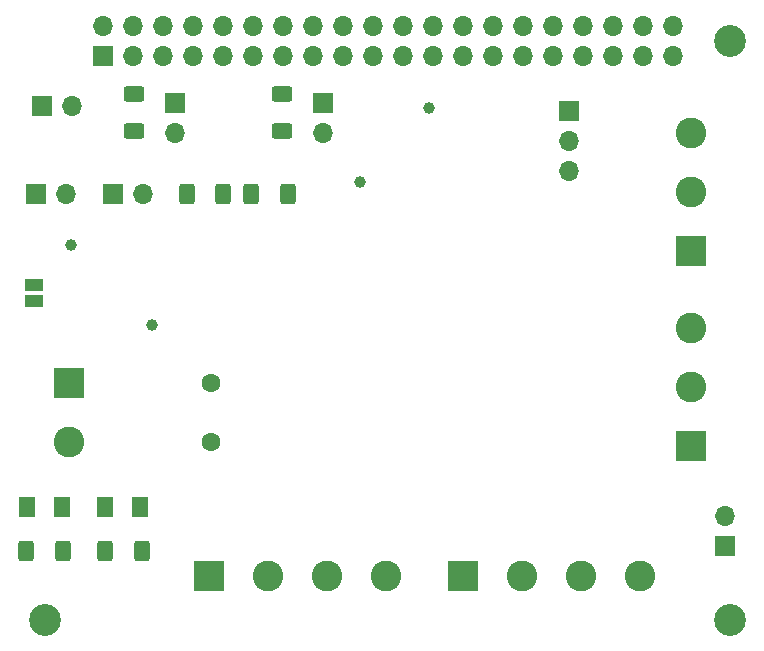
<source format=gbr>
%TF.GenerationSoftware,KiCad,Pcbnew,7.0.1*%
%TF.CreationDate,2024-02-06T22:48:23-07:00*%
%TF.ProjectId,Portal Gun PiHAT Mk2,506f7274-616c-4204-9775-6e2050694841,rev?*%
%TF.SameCoordinates,Original*%
%TF.FileFunction,Soldermask,Top*%
%TF.FilePolarity,Negative*%
%FSLAX46Y46*%
G04 Gerber Fmt 4.6, Leading zero omitted, Abs format (unit mm)*
G04 Created by KiCad (PCBNEW 7.0.1) date 2024-02-06 22:48:24*
%MOMM*%
%LPD*%
G01*
G04 APERTURE LIST*
G04 Aperture macros list*
%AMRoundRect*
0 Rectangle with rounded corners*
0 $1 Rounding radius*
0 $2 $3 $4 $5 $6 $7 $8 $9 X,Y pos of 4 corners*
0 Add a 4 corners polygon primitive as box body*
4,1,4,$2,$3,$4,$5,$6,$7,$8,$9,$2,$3,0*
0 Add four circle primitives for the rounded corners*
1,1,$1+$1,$2,$3*
1,1,$1+$1,$4,$5*
1,1,$1+$1,$6,$7*
1,1,$1+$1,$8,$9*
0 Add four rect primitives between the rounded corners*
20,1,$1+$1,$2,$3,$4,$5,0*
20,1,$1+$1,$4,$5,$6,$7,0*
20,1,$1+$1,$6,$7,$8,$9,0*
20,1,$1+$1,$8,$9,$2,$3,0*%
G04 Aperture macros list end*
%ADD10R,1.700000X1.700000*%
%ADD11O,1.700000X1.700000*%
%ADD12C,2.700000*%
%ADD13R,1.500000X1.000000*%
%ADD14RoundRect,0.250001X-0.462499X-0.624999X0.462499X-0.624999X0.462499X0.624999X-0.462499X0.624999X0*%
%ADD15R,2.600000X2.600000*%
%ADD16C,2.600000*%
%ADD17C,1.000000*%
%ADD18RoundRect,0.250000X0.625000X-0.400000X0.625000X0.400000X-0.625000X0.400000X-0.625000X-0.400000X0*%
%ADD19RoundRect,0.250000X-0.400000X-0.625000X0.400000X-0.625000X0.400000X0.625000X-0.400000X0.625000X0*%
%ADD20C,1.600000*%
G04 APERTURE END LIST*
D10*
%TO.C,J1*%
X102725000Y-60500000D03*
D11*
X105265000Y-60500000D03*
%TD*%
D12*
%TO.C,MH2*%
X161500000Y-47500000D03*
%TD*%
D10*
%TO.C,SW2*%
X114500000Y-52725000D03*
D11*
X114500000Y-55265000D03*
%TD*%
D13*
%TO.C,JP1*%
X102550000Y-68200000D03*
X102550000Y-69500000D03*
%TD*%
D14*
%TO.C,D2*%
X101912500Y-87000000D03*
X104887500Y-87000000D03*
%TD*%
%TO.C,D1*%
X108512500Y-87000000D03*
X111487500Y-87000000D03*
%TD*%
D15*
%TO.C,J6*%
X158150000Y-65300000D03*
D16*
X158150000Y-60300000D03*
X158150000Y-55300000D03*
%TD*%
D17*
%TO.C,TP2*%
X136000000Y-53200000D03*
%TD*%
D18*
%TO.C,R1*%
X123500000Y-55100000D03*
X123500000Y-52000000D03*
%TD*%
D10*
%TO.C,J10*%
X147800000Y-53420000D03*
D11*
X147800000Y-55960000D03*
X147800000Y-58500000D03*
%TD*%
D15*
%TO.C,J8*%
X117350000Y-92800000D03*
D16*
X122350000Y-92800000D03*
X127350000Y-92800000D03*
X132350000Y-92800000D03*
%TD*%
D19*
%TO.C,R5*%
X115450000Y-60500000D03*
X118550000Y-60500000D03*
%TD*%
%TO.C,R3*%
X108550000Y-90700000D03*
X111650000Y-90700000D03*
%TD*%
D17*
%TO.C,TP4*%
X130110000Y-59440000D03*
%TD*%
D15*
%TO.C,J2*%
X105500000Y-76500000D03*
D16*
X105500000Y-81500000D03*
%TD*%
D17*
%TO.C,TP3*%
X112500000Y-71600000D03*
%TD*%
D12*
%TO.C,MH3*%
X103500000Y-96500000D03*
%TD*%
D20*
%TO.C,C1*%
X117500000Y-76500000D03*
X117500000Y-81500000D03*
%TD*%
D19*
%TO.C,R4*%
X120950000Y-60500000D03*
X124050000Y-60500000D03*
%TD*%
D10*
%TO.C,J4*%
X109200000Y-60500000D03*
D11*
X111740000Y-60500000D03*
%TD*%
D17*
%TO.C,TP1*%
X105700000Y-64750000D03*
%TD*%
D15*
%TO.C,J9*%
X158150000Y-81800000D03*
D16*
X158150000Y-76800000D03*
X158150000Y-71800000D03*
%TD*%
D12*
%TO.C,MH4*%
X161500000Y-96500000D03*
%TD*%
D10*
%TO.C,J5*%
X103225000Y-53000000D03*
D11*
X105765000Y-53000000D03*
%TD*%
D15*
%TO.C,J7*%
X138850000Y-92800000D03*
D16*
X143850000Y-92800000D03*
X148850000Y-92800000D03*
X153850000Y-92800000D03*
%TD*%
D10*
%TO.C,SW1*%
X127000000Y-52725000D03*
D11*
X127000000Y-55265000D03*
%TD*%
D19*
%TO.C,R6*%
X101850000Y-90700000D03*
X104950000Y-90700000D03*
%TD*%
D10*
%TO.C,SW3*%
X161000000Y-90275000D03*
D11*
X161000000Y-87735000D03*
%TD*%
D18*
%TO.C,R2*%
X111000000Y-55100000D03*
X111000000Y-52000000D03*
%TD*%
D10*
%TO.C,J3*%
X108370000Y-48770000D03*
D11*
X108370000Y-46230000D03*
X110910000Y-48770000D03*
X110910000Y-46230000D03*
X113450000Y-48770000D03*
X113450000Y-46230000D03*
X115990000Y-48770000D03*
X115990000Y-46230000D03*
X118530000Y-48770000D03*
X118530000Y-46230000D03*
X121070000Y-48770000D03*
X121070000Y-46230000D03*
X123610000Y-48770000D03*
X123610000Y-46230000D03*
X126150000Y-48770000D03*
X126150000Y-46230000D03*
X128690000Y-48770000D03*
X128690000Y-46230000D03*
X131230000Y-48770000D03*
X131230000Y-46230000D03*
X133770000Y-48770000D03*
X133770000Y-46230000D03*
X136310000Y-48770000D03*
X136310000Y-46230000D03*
X138850000Y-48770000D03*
X138850000Y-46230000D03*
X141390000Y-48770000D03*
X141390000Y-46230000D03*
X143930000Y-48770000D03*
X143930000Y-46230000D03*
X146470000Y-48770000D03*
X146470000Y-46230000D03*
X149010000Y-48770000D03*
X149010000Y-46230000D03*
X151550000Y-48770000D03*
X151550000Y-46230000D03*
X154090000Y-48770000D03*
X154090000Y-46230000D03*
X156630000Y-48770000D03*
X156630000Y-46230000D03*
%TD*%
M02*

</source>
